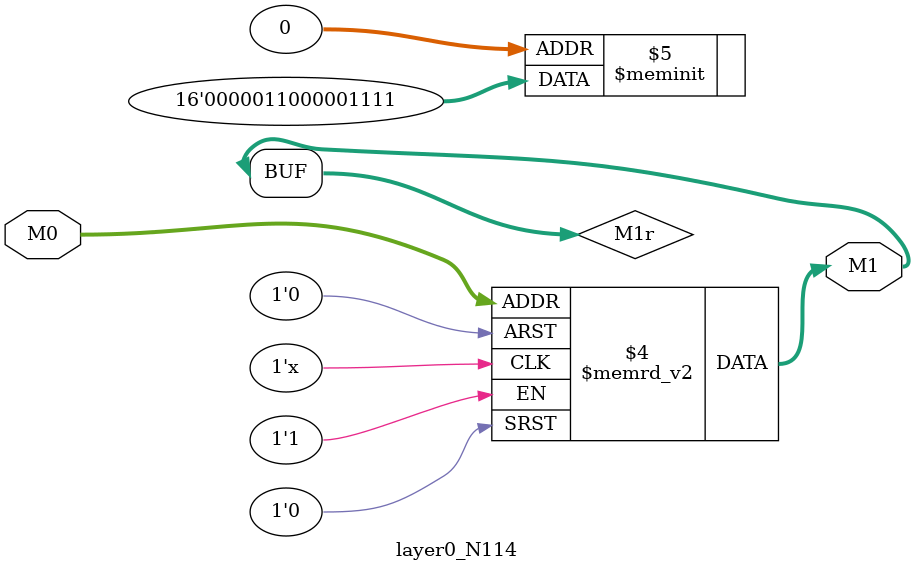
<source format=v>
module layer0_N114 ( input [2:0] M0, output [1:0] M1 );

	(*rom_style = "distributed" *) reg [1:0] M1r;
	assign M1 = M1r;
	always @ (M0) begin
		case (M0)
			3'b000: M1r = 2'b11;
			3'b100: M1r = 2'b10;
			3'b010: M1r = 2'b00;
			3'b110: M1r = 2'b00;
			3'b001: M1r = 2'b11;
			3'b101: M1r = 2'b01;
			3'b011: M1r = 2'b00;
			3'b111: M1r = 2'b00;

		endcase
	end
endmodule

</source>
